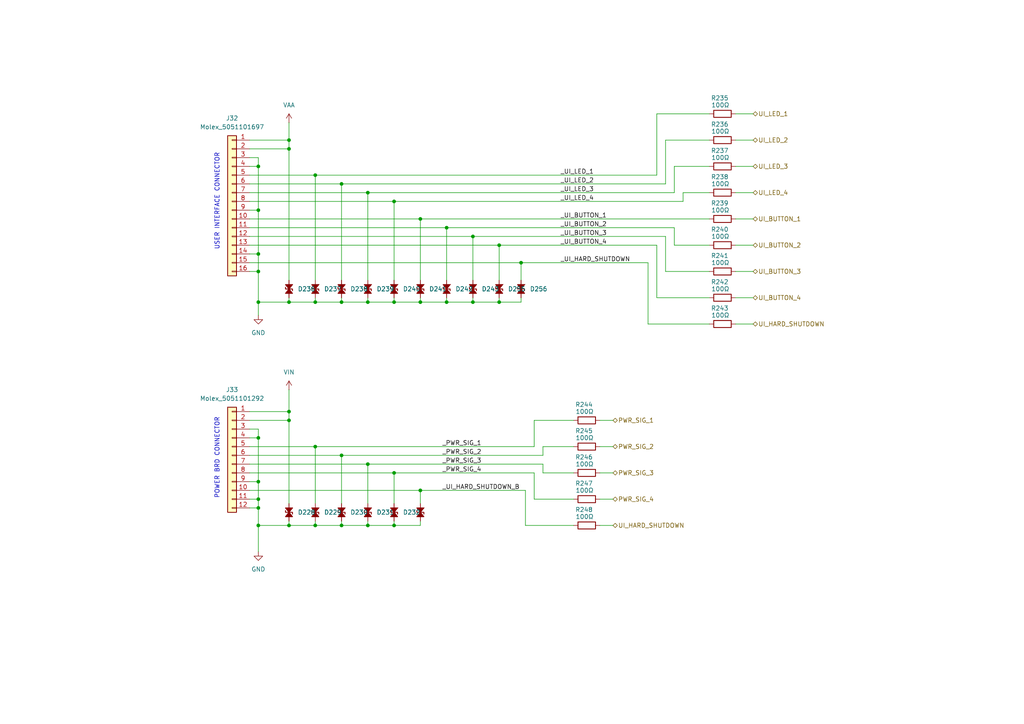
<source format=kicad_sch>
(kicad_sch (version 20250114) (generator "eeschema") (generator_version "9.0")
  (paper "A4")
  (title_block (title "Connectors") (date "2025-08-15") (rev "REV") (company "TamperSec") (comment 1 "Justin Newkirk"))
  (lib_symbols
    (symbol "Connector_Generic:Conn_01x12" (pin_names (offset 1.016) (hide yes))
      (property "Reference" "J" (at 0 15.24 0))
      (property "Value" "Conn_01x12" (at 0 -17.78 0))
      (symbol "Conn_01x12_1_1"
        (rectangle (start -1.27 13.97) (end 1.27 -16.51) (stroke (width 0.254)) (fill (type background)))
        (rectangle (start -1.27 12.827) (end 0 12.573) (stroke (width 0.1524)))
        (rectangle (start -1.27 10.287) (end 0 10.033) (stroke (width 0.1524)))
        (rectangle (start -1.27 7.747) (end 0 7.493) (stroke (width 0.1524)))
        (rectangle (start -1.27 5.207) (end 0 4.953) (stroke (width 0.1524)))
        (rectangle (start -1.27 2.667) (end 0 2.413) (stroke (width 0.1524)))
        (rectangle (start -1.27 0.127) (end 0 -0.127) (stroke (width 0.1524)))
        (rectangle (start -1.27 -2.413) (end 0 -2.667) (stroke (width 0.1524)))
        (rectangle (start -1.27 -4.953) (end 0 -5.207) (stroke (width 0.1524)))
        (rectangle (start -1.27 -7.493) (end 0 -7.747) (stroke (width 0.1524)))
        (rectangle (start -1.27 -10.033) (end 0 -10.287) (stroke (width 0.1524)))
        (rectangle (start -1.27 -12.573) (end 0 -12.827) (stroke (width 0.1524)))
        (rectangle (start -1.27 -15.113) (end 0 -15.367) (stroke (width 0.1524)))
        (pin passive line (at -5.08 12.7 0) (length 3.81) (name "Pin_1") (number "1"))
        (pin passive line (at -5.08 10.16 0) (length 3.81) (name "Pin_2") (number "2"))
        (pin passive line (at -5.08 7.62 0) (length 3.81) (name "Pin_3") (number "3"))
        (pin passive line (at -5.08 5.08 0) (length 3.81) (name "Pin_4") (number "4"))
        (pin passive line (at -5.08 2.54 0) (length 3.81) (name "Pin_5") (number "5"))
        (pin passive line (at -5.08 0 0) (length 3.81) (name "Pin_6") (number "6"))
        (pin passive line (at -5.08 -2.54 0) (length 3.81) (name "Pin_7") (number "7"))
        (pin passive line (at -5.08 -5.08 0) (length 3.81) (name "Pin_8") (number "8"))
        (pin passive line (at -5.08 -7.62 0) (length 3.81) (name "Pin_9") (number "9"))
        (pin passive line (at -5.08 -10.16 0) (length 3.81) (name "Pin_10") (number "10"))
        (pin passive line (at -5.08 -12.7 0) (length 3.81) (name "Pin_11") (number "11"))
        (pin passive line (at -5.08 -15.24 0) (length 3.81) (name "Pin_12") (number "12"))
      )
    )
    (symbol "Connector_Generic:Conn_01x16" (pin_names (offset 1.016) (hide yes))
      (property "Reference" "J" (at 0 20.32 0))
      (property "Value" "Conn_01x16" (at 0 -22.86 0))
      (symbol "Conn_01x16_1_1"
        (rectangle (start -1.27 19.05) (end 1.27 -21.59) (stroke (width 0.254)) (fill (type background)))
        (rectangle (start -1.27 17.907) (end 0 17.653) (stroke (width 0.1524)))
        (rectangle (start -1.27 15.367) (end 0 15.113) (stroke (width 0.1524)))
        (rectangle (start -1.27 12.827) (end 0 12.573) (stroke (width 0.1524)))
        (rectangle (start -1.27 10.287) (end 0 10.033) (stroke (width 0.1524)))
        (rectangle (start -1.27 7.747) (end 0 7.493) (stroke (width 0.1524)))
        (rectangle (start -1.27 5.207) (end 0 4.953) (stroke (width 0.1524)))
        (rectangle (start -1.27 2.667) (end 0 2.413) (stroke (width 0.1524)))
        (rectangle (start -1.27 0.127) (end 0 -0.127) (stroke (width 0.1524)))
        (rectangle (start -1.27 -2.413) (end 0 -2.667) (stroke (width 0.1524)))
        (rectangle (start -1.27 -4.953) (end 0 -5.207) (stroke (width 0.1524)))
        (rectangle (start -1.27 -7.493) (end 0 -7.747) (stroke (width 0.1524)))
        (rectangle (start -1.27 -10.033) (end 0 -10.287) (stroke (width 0.1524)))
        (rectangle (start -1.27 -12.573) (end 0 -12.827) (stroke (width 0.1524)))
        (rectangle (start -1.27 -15.113) (end 0 -15.367) (stroke (width 0.1524)))
        (rectangle (start -1.27 -17.653) (end 0 -17.907) (stroke (width 0.1524)))
        (rectangle (start -1.27 -20.193) (end 0 -20.447) (stroke (width 0.1524)))
        (pin passive line (at -5.08 17.78 0) (length 3.81) (name "Pin_1") (number "1"))
        (pin passive line (at -5.08 15.24 0) (length 3.81) (name "Pin_2") (number "2"))
        (pin passive line (at -5.08 12.7 0) (length 3.81) (name "Pin_3") (number "3"))
        (pin passive line (at -5.08 10.16 0) (length 3.81) (name "Pin_4") (number "4"))
        (pin passive line (at -5.08 7.62 0) (length 3.81) (name "Pin_5") (number "5"))
        (pin passive line (at -5.08 5.08 0) (length 3.81) (name "Pin_6") (number "6"))
        (pin passive line (at -5.08 2.54 0) (length 3.81) (name "Pin_7") (number "7"))
        (pin passive line (at -5.08 0 0) (length 3.81) (name "Pin_8") (number "8"))
        (pin passive line (at -5.08 -2.54 0) (length 3.81) (name "Pin_9") (number "9"))
        (pin passive line (at -5.08 -5.08 0) (length 3.81) (name "Pin_10") (number "10"))
        (pin passive line (at -5.08 -7.62 0) (length 3.81) (name "Pin_11") (number "11"))
        (pin passive line (at -5.08 -10.16 0) (length 3.81) (name "Pin_12") (number "12"))
        (pin passive line (at -5.08 -12.7 0) (length 3.81) (name "Pin_13") (number "13"))
        (pin passive line (at -5.08 -15.24 0) (length 3.81) (name "Pin_14") (number "14"))
        (pin passive line (at -5.08 -17.78 0) (length 3.81) (name "Pin_15") (number "15"))
        (pin passive line (at -5.08 -20.32 0) (length 3.81) (name "Pin_16") (number "16"))
      )
    )
    (symbol "Device:D_TVS_Small_Filled" (pin_numbers (hide yes)) (pin_names (offset 1.016) (hide yes))
      (property "Reference" "D" (at 0 2.54 0))
      (property "Value" "D_TVS_Small_Filled" (at 0 -2.54 0))
      (symbol "D_TVS_Small_Filled_0_1"
        (polyline (pts (xy -1.27 0) (xy 1.27 0)))
        (polyline (pts (xy 0.508 1.016) (xy 0 1.016) (xy 0 -1.016) (xy -0.508 -1.016)) (stroke (width 0.254)))
      )
      (symbol "D_TVS_Small_Filled_1_1"
        (polyline (pts (xy -1.27 1.016) (xy -1.27 -1.016) (xy 0 0) (xy -1.27 1.016)) (stroke (width 0.254)) (fill (type outline)))
        (polyline (pts (xy 0 0) (xy 1.27 1.016) (xy 1.27 -1.016) (xy 0 0)) (stroke (width 0.254)) (fill (type outline)))
        (pin passive line (at -2.54 0 0) (length 1.27) (name "A1") (number "1"))
        (pin passive line (at 2.54 0 180) (length 1.27) (name "A2") (number "2"))
      )
    )
    (symbol "Device:R" (pin_numbers (hide yes)) (pin_names (offset 0))
      (property "Reference" "R" (at 2.032 0 90))
      (property "Value" "R" (at 0 0 90))
      (symbol "R_0_1"
        (rectangle (start -1.016 -2.54) (end 1.016 2.54) (stroke (width 0.254)))
      )
      (symbol "R_1_1"
        (pin passive line (at 0 3.81 270) (length 1.27) (name "~") (number "1"))
        (pin passive line (at 0 -3.81 90) (length 1.27) (name "~") (number "2"))
      )
    )
    (symbol "power:GND" (power) (pin_numbers (hide yes)) (pin_names (offset 0) (hide yes))
      (property "Value" "GND" (at 0 -3.81 0))
      (symbol "GND_0_1"
        (polyline (pts (xy 0 0) (xy 0 -1.27) (xy 1.27 -1.27) (xy 0 -2.54) (xy -1.27 -1.27) (xy 0 -1.27)))
      )
      (symbol "GND_1_1"
        (pin power_in line (at 0 0 270) (length 0) (name "~") (number "1"))
      )
    )
    (symbol "power:VAA" (power) (pin_numbers (hide yes)) (pin_names (offset 0) (hide yes))
      (property "Value" "VAA" (at 0 3.556 0))
      (symbol "VAA_0_1"
        (polyline (pts (xy -0.762 1.27) (xy 0 2.54)))
        (polyline (pts (xy 0 2.54) (xy 0.762 1.27)))
        (polyline (pts (xy 0 0) (xy 0 2.54)))
      )
      (symbol "VAA_1_1"
        (pin power_in line (at 0 0 90) (length 0) (name "~") (number "1"))
      )
    )
  )
  (text "POWER BRD CONNECTOR" (at 62.992 132.842 90) (effects (font (size 1.27 1.27))))
  (text "USER INTERFACE CONNECTOR" (at 62.992 58.42 90) (effects (font (size 1.27 1.27))))
  (junction (at 114.3 152.4))
  (junction (at 144.78 87.63))
  (junction (at 83.82 40.64))
  (junction (at 83.82 152.4))
  (junction (at 121.92 63.5))
  (junction (at 74.93 152.4))
  (junction (at 137.16 68.58))
  (junction (at 99.06 87.63))
  (junction (at 106.68 152.4))
  (junction (at 83.82 119.38))
  (junction (at 129.54 87.63))
  (junction (at 74.93 139.7))
  (junction (at 91.44 129.54))
  (junction (at 106.68 87.63))
  (junction (at 74.93 73.66))
  (junction (at 74.93 144.78))
  (junction (at 151.13 76.2))
  (junction (at 74.93 147.32))
  (junction (at 74.93 87.63))
  (junction (at 91.44 87.63))
  (junction (at 74.93 78.74))
  (junction (at 121.92 87.63))
  (junction (at 83.82 121.92))
  (junction (at 137.16 87.63))
  (junction (at 74.93 48.26))
  (junction (at 74.93 127))
  (junction (at 114.3 87.63))
  (junction (at 106.68 55.88))
  (junction (at 114.3 58.42))
  (junction (at 83.82 43.18))
  (junction (at 74.93 60.96))
  (junction (at 91.44 50.8))
  (junction (at 99.06 53.34))
  (junction (at 114.3 137.16))
  (junction (at 99.06 132.08))
  (junction (at 91.44 152.4))
  (junction (at 121.92 142.24))
  (junction (at 83.82 87.63))
  (junction (at 144.78 71.12))
  (junction (at 106.68 134.62))
  (junction (at 129.54 66.04))
  (junction (at 99.06 152.4))
  (wire (pts (xy 218.44 86.36) (xy 213.36 86.36)))
  (wire (pts (xy 74.93 139.7) (xy 74.93 144.78)))
  (wire (pts (xy 74.93 78.74) (xy 74.93 87.63)))
  (wire (pts (xy 154.94 121.92) (xy 166.37 121.92)))
  (wire (pts (xy 151.13 86.36) (xy 151.13 87.63)))
  (wire (pts (xy 72.39 50.8) (xy 91.44 50.8)))
  (wire (pts (xy 121.92 87.63) (xy 129.54 87.63)))
  (wire (pts (xy 187.96 93.98) (xy 205.74 93.98)))
  (wire (pts (xy 72.39 129.54) (xy 91.44 129.54)))
  (wire (pts (xy 72.39 48.26) (xy 74.93 48.26)))
  (wire (pts (xy 177.8 137.16) (xy 173.99 137.16)))
  (wire (pts (xy 193.04 53.34) (xy 193.04 40.64)))
  (wire (pts (xy 157.48 129.54) (xy 166.37 129.54)))
  (wire (pts (xy 152.4 152.4) (xy 166.37 152.4)))
  (wire (pts (xy 83.82 43.18) (xy 83.82 81.28)))
  (wire (pts (xy 106.68 152.4) (xy 114.3 152.4)))
  (wire (pts (xy 106.68 87.63) (xy 114.3 87.63)))
  (wire (pts (xy 114.3 58.42) (xy 198.12 58.42)))
  (wire (pts (xy 218.44 93.98) (xy 213.36 93.98)))
  (wire (pts (xy 91.44 129.54) (xy 154.94 129.54)))
  (wire (pts (xy 157.48 129.54) (xy 157.48 132.08)))
  (wire (pts (xy 72.39 121.92) (xy 83.82 121.92)))
  (wire (pts (xy 72.39 68.58) (xy 137.16 68.58)))
  (wire (pts (xy 218.44 63.5) (xy 213.36 63.5)))
  (wire (pts (xy 137.16 68.58) (xy 193.04 68.58)))
  (wire (pts (xy 74.93 45.72) (xy 74.93 48.26)))
  (wire (pts (xy 193.04 78.74) (xy 205.74 78.74)))
  (wire (pts (xy 72.39 63.5) (xy 121.92 63.5)))
  (wire (pts (xy 72.39 144.78) (xy 74.93 144.78)))
  (wire (pts (xy 83.82 121.92) (xy 83.82 146.05)))
  (wire (pts (xy 195.58 55.88) (xy 195.58 48.26)))
  (wire (pts (xy 151.13 76.2) (xy 187.96 76.2)))
  (wire (pts (xy 74.93 48.26) (xy 74.93 60.96)))
  (wire (pts (xy 72.39 139.7) (xy 74.93 139.7)))
  (wire (pts (xy 193.04 68.58) (xy 193.04 78.74)))
  (wire (pts (xy 72.39 66.04) (xy 129.54 66.04)))
  (wire (pts (xy 74.93 152.4) (xy 83.82 152.4)))
  (wire (pts (xy 74.93 124.46) (xy 74.93 127)))
  (wire (pts (xy 187.96 76.2) (xy 187.96 93.98)))
  (wire (pts (xy 129.54 87.63) (xy 129.54 86.36)))
  (wire (pts (xy 83.82 87.63) (xy 83.82 86.36)))
  (wire (pts (xy 177.8 121.92) (xy 173.99 121.92)))
  (wire (pts (xy 177.8 144.78) (xy 173.99 144.78)))
  (wire (pts (xy 114.3 87.63) (xy 114.3 86.36)))
  (wire (pts (xy 99.06 87.63) (xy 99.06 86.36)))
  (wire (pts (xy 151.13 76.2) (xy 151.13 81.28)))
  (wire (pts (xy 83.82 35.56) (xy 83.82 40.64)))
  (wire (pts (xy 157.48 137.16) (xy 157.48 134.62)))
  (wire (pts (xy 218.44 71.12) (xy 213.36 71.12)))
  (wire (pts (xy 121.92 142.24) (xy 152.4 142.24)))
  (wire (pts (xy 74.93 147.32) (xy 74.93 152.4)))
  (wire (pts (xy 218.44 40.64) (xy 213.36 40.64)))
  (wire (pts (xy 99.06 152.4) (xy 99.06 151.13)))
  (wire (pts (xy 198.12 55.88) (xy 205.74 55.88)))
  (wire (pts (xy 218.44 33.02) (xy 213.36 33.02)))
  (wire (pts (xy 193.04 40.64) (xy 205.74 40.64)))
  (wire (pts (xy 114.3 137.16) (xy 114.3 146.05)))
  (wire (pts (xy 114.3 152.4) (xy 121.92 152.4)))
  (wire (pts (xy 154.94 129.54) (xy 154.94 121.92)))
  (wire (pts (xy 74.93 87.63) (xy 74.93 91.44)))
  (wire (pts (xy 106.68 55.88) (xy 195.58 55.88)))
  (wire (pts (xy 74.93 152.4) (xy 74.93 160.02)))
  (wire (pts (xy 91.44 129.54) (xy 91.44 146.05)))
  (wire (pts (xy 177.8 129.54) (xy 173.99 129.54)))
  (wire (pts (xy 99.06 132.08) (xy 99.06 146.05)))
  (wire (pts (xy 157.48 132.08) (xy 99.06 132.08)))
  (wire (pts (xy 190.5 71.12) (xy 190.5 86.36)))
  (wire (pts (xy 99.06 87.63) (xy 106.68 87.63)))
  (wire (pts (xy 137.16 87.63) (xy 137.16 86.36)))
  (wire (pts (xy 83.82 152.4) (xy 83.82 151.13)))
  (wire (pts (xy 195.58 71.12) (xy 205.74 71.12)))
  (wire (pts (xy 114.3 137.16) (xy 154.94 137.16)))
  (wire (pts (xy 72.39 60.96) (xy 74.93 60.96)))
  (wire (pts (xy 157.48 137.16) (xy 166.37 137.16)))
  (wire (pts (xy 195.58 48.26) (xy 205.74 48.26)))
  (wire (pts (xy 74.93 144.78) (xy 74.93 147.32)))
  (wire (pts (xy 72.39 55.88) (xy 106.68 55.88)))
  (wire (pts (xy 121.92 63.5) (xy 205.74 63.5)))
  (wire (pts (xy 218.44 48.26) (xy 213.36 48.26)))
  (wire (pts (xy 106.68 87.63) (xy 106.68 86.36)))
  (wire (pts (xy 83.82 113.03) (xy 83.82 119.38)))
  (wire (pts (xy 190.5 86.36) (xy 205.74 86.36)))
  (wire (pts (xy 129.54 66.04) (xy 195.58 66.04)))
  (wire (pts (xy 144.78 71.12) (xy 190.5 71.12)))
  (wire (pts (xy 218.44 55.88) (xy 213.36 55.88)))
  (wire (pts (xy 99.06 132.08) (xy 72.39 132.08)))
  (wire (pts (xy 137.16 87.63) (xy 144.78 87.63)))
  (wire (pts (xy 72.39 134.62) (xy 106.68 134.62)))
  (wire (pts (xy 106.68 134.62) (xy 106.68 146.05)))
  (wire (pts (xy 72.39 137.16) (xy 114.3 137.16)))
  (wire (pts (xy 91.44 50.8) (xy 190.5 50.8)))
  (wire (pts (xy 137.16 68.58) (xy 137.16 81.28)))
  (wire (pts (xy 198.12 58.42) (xy 198.12 55.88)))
  (wire (pts (xy 114.3 152.4) (xy 114.3 151.13)))
  (wire (pts (xy 72.39 43.18) (xy 83.82 43.18)))
  (wire (pts (xy 195.58 66.04) (xy 195.58 71.12)))
  (wire (pts (xy 99.06 53.34) (xy 99.06 81.28)))
  (wire (pts (xy 72.39 45.72) (xy 74.93 45.72)))
  (wire (pts (xy 83.82 87.63) (xy 91.44 87.63)))
  (wire (pts (xy 144.78 71.12) (xy 144.78 81.28)))
  (wire (pts (xy 99.06 152.4) (xy 106.68 152.4)))
  (wire (pts (xy 121.92 152.4) (xy 121.92 151.13)))
  (wire (pts (xy 91.44 87.63) (xy 91.44 86.36)))
  (wire (pts (xy 152.4 142.24) (xy 152.4 152.4)))
  (wire (pts (xy 106.68 55.88) (xy 106.68 81.28)))
  (wire (pts (xy 74.93 60.96) (xy 74.93 73.66)))
  (wire (pts (xy 151.13 87.63) (xy 144.78 87.63)))
  (wire (pts (xy 91.44 50.8) (xy 91.44 81.28)))
  (wire (pts (xy 91.44 152.4) (xy 91.44 151.13)))
  (wire (pts (xy 177.8 152.4) (xy 173.99 152.4)))
  (wire (pts (xy 72.39 40.64) (xy 83.82 40.64)))
  (wire (pts (xy 83.82 152.4) (xy 91.44 152.4)))
  (wire (pts (xy 74.93 87.63) (xy 83.82 87.63)))
  (wire (pts (xy 74.93 73.66) (xy 74.93 78.74)))
  (wire (pts (xy 72.39 147.32) (xy 74.93 147.32)))
  (wire (pts (xy 74.93 127) (xy 74.93 139.7)))
  (wire (pts (xy 218.44 78.74) (xy 213.36 78.74)))
  (wire (pts (xy 72.39 78.74) (xy 74.93 78.74)))
  (wire (pts (xy 72.39 73.66) (xy 74.93 73.66)))
  (wire (pts (xy 72.39 53.34) (xy 99.06 53.34)))
  (wire (pts (xy 114.3 87.63) (xy 121.92 87.63)))
  (wire (pts (xy 190.5 33.02) (xy 205.74 33.02)))
  (wire (pts (xy 121.92 142.24) (xy 121.92 146.05)))
  (wire (pts (xy 114.3 58.42) (xy 114.3 81.28)))
  (wire (pts (xy 106.68 134.62) (xy 157.48 134.62)))
  (wire (pts (xy 121.92 63.5) (xy 121.92 81.28)))
  (wire (pts (xy 129.54 87.63) (xy 137.16 87.63)))
  (wire (pts (xy 154.94 144.78) (xy 166.37 144.78)))
  (wire (pts (xy 72.39 76.2) (xy 151.13 76.2)))
  (wire (pts (xy 72.39 124.46) (xy 74.93 124.46)))
  (wire (pts (xy 144.78 87.63) (xy 144.78 86.36)))
  (wire (pts (xy 121.92 87.63) (xy 121.92 86.36)))
  (wire (pts (xy 91.44 152.4) (xy 99.06 152.4)))
  (wire (pts (xy 190.5 50.8) (xy 190.5 33.02)))
  (wire (pts (xy 83.82 119.38) (xy 83.82 121.92)))
  (wire (pts (xy 72.39 119.38) (xy 83.82 119.38)))
  (wire (pts (xy 129.54 66.04) (xy 129.54 81.28)))
  (wire (pts (xy 72.39 127) (xy 74.93 127)))
  (wire (pts (xy 91.44 87.63) (xy 99.06 87.63)))
  (wire (pts (xy 83.82 40.64) (xy 83.82 43.18)))
  (wire (pts (xy 106.68 152.4) (xy 106.68 151.13)))
  (wire (pts (xy 72.39 71.12) (xy 144.78 71.12)))
  (wire (pts (xy 99.06 53.34) (xy 193.04 53.34)))
  (wire (pts (xy 154.94 137.16) (xy 154.94 144.78)))
  (wire (pts (xy 72.39 58.42) (xy 114.3 58.42)))
  (wire (pts (xy 72.39 142.24) (xy 121.92 142.24)))
  (label "_UI_BUTTON_2" (at 162.56 66.04 0))
  (label "_PWR_SIG_4" (at 128.27 137.16 0))
  (label "_PWR_SIG_3" (at 128.27 134.62 0))
  (label "_UI_BUTTON_1" (at 162.56 63.5 0))
  (label "_UI_HARD_SHUTDOWN_B" (at 128.27 142.24 0))
  (label "_UI_BUTTON_3" (at 162.56 68.58 0))
  (label "_PWR_SIG_2" (at 128.27 132.08 0))
  (label "_UI_LED_2" (at 162.56 53.34 0))
  (label "_PWR_SIG_1" (at 128.27 129.54 0))
  (label "_UI_LED_3" (at 162.56 55.88 0))
  (label "_UI_LED_4" (at 162.56 58.42 0))
  (label "_UI_BUTTON_4" (at 162.56 71.12 0))
  (label "_UI_LED_1" (at 162.56 50.8 0))
  (label "_UI_HARD_SHUTDOWN" (at 162.56 76.2 0))
  (hierarchical_label "UI_LED_3" (shape bidirectional) (at 218.44 48.26 0))
  (hierarchical_label "UI_BUTTON_2" (shape bidirectional) (at 218.44 71.12 0))
  (hierarchical_label "PWR_SIG_1" (shape bidirectional) (at 177.8 121.92 0))
  (hierarchical_label "UI_LED_2" (shape bidirectional) (at 218.44 40.64 0))
  (hierarchical_label "UI_HARD_SHUTDOWN" (shape bidirectional) (at 218.44 93.98 0))
  (hierarchical_label "UI_BUTTON_4" (shape bidirectional) (at 218.44 86.36 0))
  (hierarchical_label "PWR_SIG_4" (shape bidirectional) (at 177.8 144.78 0))
  (hierarchical_label "UI_BUTTON_1" (shape bidirectional) (at 218.44 63.5 0))
  (hierarchical_label "PWR_SIG_2" (shape bidirectional) (at 177.8 129.54 0))
  (hierarchical_label "UI_HARD_SHUTDOWN" (shape bidirectional) (at 177.8 152.4 0))
  (hierarchical_label "UI_LED_1" (shape bidirectional) (at 218.44 33.02 0))
  (hierarchical_label "UI_LED_4" (shape bidirectional) (at 218.44 55.88 0))
  (hierarchical_label "UI_BUTTON_3" (shape bidirectional) (at 218.44 78.74 0))
  (hierarchical_label "PWR_SIG_3" (shape bidirectional) (at 177.8 137.16 0))
  (symbol (lib_id "Device:D_TVS_Small_Filled") (at 114.3 83.82 270) (unit 1)
    (property "Reference" "D240" (at 116.84 83.8199 90) (effects (justify left)))
    (property "Value" "H5VL10B" (effects (hide yes)))
    (property "Footprint" "Diode_SMD:D_SOD-882D" (effects (hide yes)))
    (property "Datasheet" "https://wmsc.lcsc.com/wmsc/upload/file/pdf/v2/lcsc/2306301553_hongjiacheng-H5VL10B_C7420372.pdf" (effects (hide yes)))
    (property "Description" "Bidirectional transient-voltage-suppression diode, small symbol, filled shape" (effects (hide yes)))
    (property "JLCPCB Part #" "C7420372" (effects (hide yes)))
    (property "Manufacturer Part #" "H5VL10B" (effects (hide yes)))
    (property "Status" "Preferred" (effects (hide yes)))
  )
  (symbol (lib_id "Device:R") (at 170.18 137.16 90) (unit 1)
    (property "Reference" "R246" (at 171.958 132.588 90) (effects (justify left)))
    (property "Value" "100Ω" (at 172.212 134.62 90) (effects (justify left)))
    (property "Footprint" "Resistor_SMD:R_0201_0603Metric" (effects (hide yes)))
    (property "Datasheet" "https://jlcpcb.com/api/file/downloadByFileSystemAccessId/8589784670620848128" (effects (hide yes)))
    (property "Description" "Resistor" (effects (hide yes)))
    (property "JLCPCB Part #" "C270366" (effects (hide yes)))
    (property "Manufacturer Part #" "0201WMF1000TEE" (effects (hide yes)))
    (property "Status" "Extended" (effects (hide yes)))
  )
  (symbol (lib_id "Device:R") (at 209.55 40.64 90) (unit 1)
    (property "Reference" "R236" (at 211.328 36.068 90) (effects (justify left)))
    (property "Value" "100Ω" (at 211.582 38.1 90) (effects (justify left)))
    (property "Footprint" "Resistor_SMD:R_0201_0603Metric" (effects (hide yes)))
    (property "Datasheet" "https://jlcpcb.com/api/file/downloadByFileSystemAccessId/8589784670620848128" (effects (hide yes)))
    (property "Description" "Resistor" (effects (hide yes)))
    (property "JLCPCB Part #" "C270366" (effects (hide yes)))
    (property "Manufacturer Part #" "0201WMF1000TEE" (effects (hide yes)))
    (property "Status" "Extended" (effects (hide yes)))
  )
  (symbol (lib_id "Device:D_TVS_Small_Filled") (at 106.68 83.82 270) (unit 1)
    (property "Reference" "D239" (at 109.22 83.8199 90) (effects (justify left)))
    (property "Value" "H5VL10B" (effects (hide yes)))
    (property "Footprint" "Diode_SMD:D_SOD-882D" (effects (hide yes)))
    (property "Datasheet" "https://wmsc.lcsc.com/wmsc/upload/file/pdf/v2/lcsc/2306301553_hongjiacheng-H5VL10B_C7420372.pdf" (effects (hide yes)))
    (property "Description" "Bidirectional transient-voltage-suppression diode, small symbol, filled shape" (effects (hide yes)))
    (property "JLCPCB Part #" "C7420372" (effects (hide yes)))
    (property "Manufacturer Part #" "H5VL10B" (effects (hide yes)))
    (property "Status" "Preferred" (effects (hide yes)))
  )
  (symbol (lib_id "Device:R") (at 209.55 93.98 90) (unit 1)
    (property "Reference" "R243" (at 211.328 89.408 90) (effects (justify left)))
    (property "Value" "100Ω" (at 211.582 91.44 90) (effects (justify left)))
    (property "Footprint" "Resistor_SMD:R_0201_0603Metric" (effects (hide yes)))
    (property "Datasheet" "https://jlcpcb.com/api/file/downloadByFileSystemAccessId/8589784670620848128" (effects (hide yes)))
    (property "Description" "Resistor" (effects (hide yes)))
    (property "JLCPCB Part #" "C270366" (effects (hide yes)))
    (property "Manufacturer Part #" "0201WMF1000TEE" (effects (hide yes)))
    (property "Status" "Extended" (effects (hide yes)))
  )
  (symbol (lib_id "power:GND") (at 74.93 91.44 0) (unit 1)
    (property "Reference" "#PWR095" (effects (hide yes)))
    (property "Value" "GND" (at 74.93 96.52 0))
    (property "Description" "Power symbol creates a global label with name \"GND\" , ground" (effects (hide yes)))
  )
  (symbol (lib_id "Connector_Generic:Conn_01x16") (at 67.31 58.42 0) (mirror y) (unit 1)
    (property "Reference" "J32" (at 67.31 34.29 0))
    (property "Value" "Molex_5051101697" (at 67.31 36.83 0))
    (property "Footprint" "ul_5051101697:CON_5051101697_MOL" (effects (hide yes)))
    (property "Description" "Generic connector, single row, 01x16, script generated (kicad-library-utils/schlib/autogen/connector/)" (effects (hide yes)))
  )
  (symbol (lib_id "Device:R") (at 209.55 86.36 90) (unit 1)
    (property "Reference" "R242" (at 211.328 81.788 90) (effects (justify left)))
    (property "Value" "100Ω" (at 211.582 83.82 90) (effects (justify left)))
    (property "Footprint" "Resistor_SMD:R_0201_0603Metric" (effects (hide yes)))
    (property "Datasheet" "https://jlcpcb.com/api/file/downloadByFileSystemAccessId/8589784670620848128" (effects (hide yes)))
    (property "Description" "Resistor" (effects (hide yes)))
    (property "JLCPCB Part #" "C270366" (effects (hide yes)))
    (property "Manufacturer Part #" "0201WMF1000TEE" (effects (hide yes)))
    (property "Status" "Extended" (effects (hide yes)))
  )
  (symbol (lib_id "Device:D_TVS_Small_Filled") (at 91.44 83.82 270) (unit 1)
    (property "Reference" "D237" (at 93.98 83.8199 90) (effects (justify left)))
    (property "Value" "H5VL10B" (effects (hide yes)))
    (property "Footprint" "Diode_SMD:D_SOD-882D" (effects (hide yes)))
    (property "Datasheet" "https://wmsc.lcsc.com/wmsc/upload/file/pdf/v2/lcsc/2306301553_hongjiacheng-H5VL10B_C7420372.pdf" (effects (hide yes)))
    (property "Description" "Bidirectional transient-voltage-suppression diode, small symbol, filled shape" (effects (hide yes)))
    (property "JLCPCB Part #" "C7420372" (effects (hide yes)))
    (property "Manufacturer Part #" "H5VL10B" (effects (hide yes)))
    (property "Status" "Preferred" (effects (hide yes)))
  )
  (symbol (lib_id "power:GND") (at 74.93 160.02 0) (unit 1)
    (property "Reference" "#PWR096" (effects (hide yes)))
    (property "Value" "GND" (at 74.93 165.1 0))
    (property "Description" "Power symbol creates a global label with name \"GND\" , ground" (effects (hide yes)))
  )
  (symbol (lib_id "Device:D_TVS_Small_Filled") (at 144.78 83.82 270) (unit 1)
    (property "Reference" "D255" (at 147.32 83.8199 90) (effects (justify left)))
    (property "Value" "H5VL10B" (effects (hide yes)))
    (property "Footprint" "Diode_SMD:D_SOD-882D" (effects (hide yes)))
    (property "Datasheet" "https://wmsc.lcsc.com/wmsc/upload/file/pdf/v2/lcsc/2306301553_hongjiacheng-H5VL10B_C7420372.pdf" (effects (hide yes)))
    (property "Description" "Bidirectional transient-voltage-suppression diode, small symbol, filled shape" (effects (hide yes)))
    (property "JLCPCB Part #" "C7420372" (effects (hide yes)))
    (property "Manufacturer Part #" "H5VL10B" (effects (hide yes)))
    (property "Status" "Preferred" (effects (hide yes)))
  )
  (symbol (lib_id "Device:R") (at 209.55 48.26 90) (unit 1)
    (property "Reference" "R237" (at 211.328 43.688 90) (effects (justify left)))
    (property "Value" "100Ω" (at 211.582 45.72 90) (effects (justify left)))
    (property "Footprint" "Resistor_SMD:R_0201_0603Metric" (effects (hide yes)))
    (property "Datasheet" "https://jlcpcb.com/api/file/downloadByFileSystemAccessId/8589784670620848128" (effects (hide yes)))
    (property "Description" "Resistor" (effects (hide yes)))
    (property "JLCPCB Part #" "C270366" (effects (hide yes)))
    (property "Manufacturer Part #" "0201WMF1000TEE" (effects (hide yes)))
    (property "Status" "Extended" (effects (hide yes)))
  )
  (symbol (lib_id "Device:R") (at 170.18 129.54 90) (unit 1)
    (property "Reference" "R245" (at 171.958 124.968 90) (effects (justify left)))
    (property "Value" "100Ω" (at 172.212 127 90) (effects (justify left)))
    (property "Footprint" "Resistor_SMD:R_0201_0603Metric" (effects (hide yes)))
    (property "Datasheet" "https://jlcpcb.com/api/file/downloadByFileSystemAccessId/8589784670620848128" (effects (hide yes)))
    (property "Description" "Resistor" (effects (hide yes)))
    (property "JLCPCB Part #" "C270366" (effects (hide yes)))
    (property "Manufacturer Part #" "0201WMF1000TEE" (effects (hide yes)))
    (property "Status" "Extended" (effects (hide yes)))
  )
  (symbol (lib_id "Device:D_TVS_Small_Filled") (at 129.54 83.82 270) (unit 1)
    (property "Reference" "D242" (at 132.08 83.8199 90) (effects (justify left)))
    (property "Value" "H5VL10B" (effects (hide yes)))
    (property "Footprint" "Diode_SMD:D_SOD-882D" (effects (hide yes)))
    (property "Datasheet" "https://wmsc.lcsc.com/wmsc/upload/file/pdf/v2/lcsc/2306301553_hongjiacheng-H5VL10B_C7420372.pdf" (effects (hide yes)))
    (property "Description" "Bidirectional transient-voltage-suppression diode, small symbol, filled shape" (effects (hide yes)))
    (property "JLCPCB Part #" "C7420372" (effects (hide yes)))
    (property "Manufacturer Part #" "H5VL10B" (effects (hide yes)))
    (property "Status" "Preferred" (effects (hide yes)))
  )
  (symbol (lib_id "Device:D_TVS_Small_Filled") (at 121.92 83.82 270) (unit 1)
    (property "Reference" "D241" (at 124.46 83.8199 90) (effects (justify left)))
    (property "Value" "H5VL10B" (effects (hide yes)))
    (property "Footprint" "Diode_SMD:D_SOD-882D" (effects (hide yes)))
    (property "Datasheet" "https://wmsc.lcsc.com/wmsc/upload/file/pdf/v2/lcsc/2306301553_hongjiacheng-H5VL10B_C7420372.pdf" (effects (hide yes)))
    (property "Description" "Bidirectional transient-voltage-suppression diode, small symbol, filled shape" (effects (hide yes)))
    (property "JLCPCB Part #" "C7420372" (effects (hide yes)))
    (property "Manufacturer Part #" "H5VL10B" (effects (hide yes)))
    (property "Status" "Preferred" (effects (hide yes)))
  )
  (symbol (lib_id "Device:R") (at 170.18 152.4 90) (unit 1)
    (property "Reference" "R248" (at 171.958 147.828 90) (effects (justify left)))
    (property "Value" "100Ω" (at 172.212 149.86 90) (effects (justify left)))
    (property "Footprint" "Resistor_SMD:R_0201_0603Metric" (effects (hide yes)))
    (property "Datasheet" "https://jlcpcb.com/api/file/downloadByFileSystemAccessId/8589784670620848128" (effects (hide yes)))
    (property "Description" "Resistor" (effects (hide yes)))
    (property "JLCPCB Part #" "C270366" (effects (hide yes)))
    (property "Manufacturer Part #" "0201WMF1000TEE" (effects (hide yes)))
    (property "Status" "Extended" (effects (hide yes)))
  )
  (symbol (lib_id "Device:D_TVS_Small_Filled") (at 121.92 148.59 270) (unit 1)
    (property "Reference" "D233" (effects (hide yes)))
    (property "Value" "H5VL10B" (effects (hide yes)))
    (property "Footprint" "Diode_SMD:D_SOD-882D" (effects (hide yes)))
    (property "Datasheet" "https://wmsc.lcsc.com/wmsc/upload/file/pdf/v2/lcsc/2306301553_hongjiacheng-H5VL10B_C7420372.pdf" (effects (hide yes)))
    (property "Description" "Bidirectional transient-voltage-suppression diode, small symbol, filled shape" (effects (hide yes)))
    (property "JLCPCB Part #" "C7420372" (effects (hide yes)))
    (property "Manufacturer Part #" "H5VL10B" (effects (hide yes)))
    (property "Status" "Preferred" (effects (hide yes)))
  )
  (symbol (lib_id "Connector_Generic:Conn_01x12") (at 67.31 132.08 0) (mirror y) (unit 1)
    (property "Reference" "J33" (at 67.31 113.03 0))
    (property "Value" "Molex_5051101292" (at 67.31 115.57 0))
    (property "Footprint" "ul_5051101292:CON_5051101292_MOL" (effects (hide yes)))
    (property "Description" "Generic connector, single row, 01x12, script generated (kicad-library-utils/schlib/autogen/connector/)" (effects (hide yes)))
  )
  (symbol (lib_id "Device:R") (at 209.55 33.02 90) (unit 1)
    (property "Reference" "R235" (at 211.328 28.448 90) (effects (justify left)))
    (property "Value" "100Ω" (at 211.582 30.48 90) (effects (justify left)))
    (property "Footprint" "Resistor_SMD:R_0201_0603Metric" (effects (hide yes)))
    (property "Datasheet" "https://jlcpcb.com/api/file/downloadByFileSystemAccessId/8589784670620848128" (effects (hide yes)))
    (property "Description" "Resistor" (effects (hide yes)))
    (property "JLCPCB Part #" "C270366" (effects (hide yes)))
    (property "Manufacturer Part #" "0201WMF1000TEE" (effects (hide yes)))
    (property "Status" "Extended" (effects (hide yes)))
  )
  (symbol (lib_id "Device:D_TVS_Small_Filled") (at 83.82 148.59 270) (unit 1)
    (property "Reference" "D228" (at 86.36 148.5899 90) (effects (justify left)))
    (property "Value" "H5VL10B" (effects (hide yes)))
    (property "Footprint" "Diode_SMD:D_SOD-882D" (effects (hide yes)))
    (property "Datasheet" "https://wmsc.lcsc.com/wmsc/upload/file/pdf/v2/lcsc/2306301553_hongjiacheng-H5VL10B_C7420372.pdf" (effects (hide yes)))
    (property "Description" "Bidirectional transient-voltage-suppression diode, small symbol, filled shape" (effects (hide yes)))
    (property "JLCPCB Part #" "C7420372" (effects (hide yes)))
    (property "Manufacturer Part #" "H5VL10B" (effects (hide yes)))
    (property "Status" "Preferred" (effects (hide yes)))
  )
  (symbol (lib_id "Device:R") (at 209.55 78.74 90) (unit 1)
    (property "Reference" "R241" (at 211.328 74.168 90) (effects (justify left)))
    (property "Value" "100Ω" (at 211.582 76.2 90) (effects (justify left)))
    (property "Footprint" "Resistor_SMD:R_0201_0603Metric" (effects (hide yes)))
    (property "Datasheet" "https://jlcpcb.com/api/file/downloadByFileSystemAccessId/8589784670620848128" (effects (hide yes)))
    (property "Description" "Resistor" (effects (hide yes)))
    (property "JLCPCB Part #" "C270366" (effects (hide yes)))
    (property "Manufacturer Part #" "0201WMF1000TEE" (effects (hide yes)))
    (property "Status" "Extended" (effects (hide yes)))
  )
  (symbol (lib_id "power:VAA") (at 83.82 35.56 0) (unit 1)
    (property "Reference" "#PWR093" (effects (hide yes)))
    (property "Value" "VAA" (at 83.82 30.48 0))
    (property "Description" "Power symbol creates a global label with name \"VAA\"" (effects (hide yes)))
  )
  (symbol (lib_id "Device:D_TVS_Small_Filled") (at 83.82 83.82 270) (unit 1)
    (property "Reference" "D236" (at 86.36 83.8199 90) (effects (justify left)))
    (property "Value" "H5VL10B" (effects (hide yes)))
    (property "Footprint" "Diode_SMD:D_SOD-882D" (effects (hide yes)))
    (property "Datasheet" "https://wmsc.lcsc.com/wmsc/upload/file/pdf/v2/lcsc/2306301553_hongjiacheng-H5VL10B_C7420372.pdf" (effects (hide yes)))
    (property "Description" "Bidirectional transient-voltage-suppression diode, small symbol, filled shape" (effects (hide yes)))
    (property "JLCPCB Part #" "C7420372" (effects (hide yes)))
    (property "Manufacturer Part #" "H5VL10B" (effects (hide yes)))
    (property "Status" "Preferred" (effects (hide yes)))
  )
  (symbol (lib_id "Device:D_TVS_Small_Filled") (at 99.06 83.82 270) (unit 1)
    (property "Reference" "D238" (at 101.6 83.8199 90) (effects (justify left)))
    (property "Value" "H5VL10B" (effects (hide yes)))
    (property "Footprint" "Diode_SMD:D_SOD-882D" (effects (hide yes)))
    (property "Datasheet" "https://wmsc.lcsc.com/wmsc/upload/file/pdf/v2/lcsc/2306301553_hongjiacheng-H5VL10B_C7420372.pdf" (effects (hide yes)))
    (property "Description" "Bidirectional transient-voltage-suppression diode, small symbol, filled shape" (effects (hide yes)))
    (property "JLCPCB Part #" "C7420372" (effects (hide yes)))
    (property "Manufacturer Part #" "H5VL10B" (effects (hide yes)))
    (property "Status" "Preferred" (effects (hide yes)))
  )
  (symbol (lib_id "Device:R") (at 170.18 144.78 90) (unit 1)
    (property "Reference" "R247" (at 171.958 140.208 90) (effects (justify left)))
    (property "Value" "100Ω" (at 172.212 142.24 90) (effects (justify left)))
    (property "Footprint" "Resistor_SMD:R_0201_0603Metric" (effects (hide yes)))
    (property "Datasheet" "https://jlcpcb.com/api/file/downloadByFileSystemAccessId/8589784670620848128" (effects (hide yes)))
    (property "Description" "Resistor" (effects (hide yes)))
    (property "JLCPCB Part #" "C270366" (effects (hide yes)))
    (property "Manufacturer Part #" "0201WMF1000TEE" (effects (hide yes)))
    (property "Status" "Extended" (effects (hide yes)))
  )
  (symbol (lib_id "power:VAA") (at 83.82 113.03 0) (unit 1)
    (property "Reference" "#PWR092" (effects (hide yes)))
    (property "Value" "VIN" (at 83.82 107.95 0))
    (property "Description" "Power symbol creates a global label with name \"VAA\"" (effects (hide yes)))
  )
  (symbol (lib_id "Device:D_TVS_Small_Filled") (at 99.06 148.59 270) (unit 1)
    (property "Reference" "D230" (at 101.6 148.5899 90) (effects (justify left)))
    (property "Value" "H5VL10B" (effects (hide yes)))
    (property "Footprint" "Diode_SMD:D_SOD-882D" (effects (hide yes)))
    (property "Datasheet" "https://wmsc.lcsc.com/wmsc/upload/file/pdf/v2/lcsc/2306301553_hongjiacheng-H5VL10B_C7420372.pdf" (effects (hide yes)))
    (property "Description" "Bidirectional transient-voltage-suppression diode, small symbol, filled shape" (effects (hide yes)))
    (property "JLCPCB Part #" "C7420372" (effects (hide yes)))
    (property "Manufacturer Part #" "H5VL10B" (effects (hide yes)))
    (property "Status" "Preferred" (effects (hide yes)))
  )
  (symbol (lib_id "Device:D_TVS_Small_Filled") (at 151.13 83.82 270) (unit 1)
    (property "Reference" "D256" (at 153.67 83.8199 90) (effects (justify left)))
    (property "Value" "H5VL10B" (effects (hide yes)))
    (property "Footprint" "Diode_SMD:D_SOD-882D" (effects (hide yes)))
    (property "Datasheet" "https://wmsc.lcsc.com/wmsc/upload/file/pdf/v2/lcsc/2306301553_hongjiacheng-H5VL10B_C7420372.pdf" (effects (hide yes)))
    (property "Description" "Bidirectional transient-voltage-suppression diode, small symbol, filled shape" (effects (hide yes)))
    (property "JLCPCB Part #" "C7420372" (effects (hide yes)))
    (property "Manufacturer Part #" "H5VL10B" (effects (hide yes)))
    (property "Status" "Preferred" (effects (hide yes)))
  )
  (symbol (lib_id "Device:D_TVS_Small_Filled") (at 91.44 148.59 270) (unit 1)
    (property "Reference" "D229" (at 93.98 148.5899 90) (effects (justify left)))
    (property "Value" "H5VL10B" (effects (hide yes)))
    (property "Footprint" "Diode_SMD:D_SOD-882D" (effects (hide yes)))
    (property "Datasheet" "https://wmsc.lcsc.com/wmsc/upload/file/pdf/v2/lcsc/2306301553_hongjiacheng-H5VL10B_C7420372.pdf" (effects (hide yes)))
    (property "Description" "Bidirectional transient-voltage-suppression diode, small symbol, filled shape" (effects (hide yes)))
    (property "JLCPCB Part #" "C7420372" (effects (hide yes)))
    (property "Manufacturer Part #" "H5VL10B" (effects (hide yes)))
    (property "Status" "Preferred" (effects (hide yes)))
  )
  (symbol (lib_id "Device:R") (at 170.18 121.92 90) (unit 1)
    (property "Reference" "R244" (at 171.958 117.348 90) (effects (justify left)))
    (property "Value" "100Ω" (at 172.212 119.38 90) (effects (justify left)))
    (property "Footprint" "Resistor_SMD:R_0201_0603Metric" (effects (hide yes)))
    (property "Datasheet" "https://jlcpcb.com/api/file/downloadByFileSystemAccessId/8589784670620848128" (effects (hide yes)))
    (property "Description" "Resistor" (effects (hide yes)))
    (property "JLCPCB Part #" "C270366" (effects (hide yes)))
    (property "Manufacturer Part #" "0201WMF1000TEE" (effects (hide yes)))
    (property "Status" "Extended" (effects (hide yes)))
  )
  (symbol (lib_id "Device:R") (at 209.55 55.88 90) (unit 1)
    (property "Reference" "R238" (at 211.328 51.308 90) (effects (justify left)))
    (property "Value" "100Ω" (at 211.582 53.34 90) (effects (justify left)))
    (property "Footprint" "Resistor_SMD:R_0201_0603Metric" (effects (hide yes)))
    (property "Datasheet" "https://jlcpcb.com/api/file/downloadByFileSystemAccessId/8589784670620848128" (effects (hide yes)))
    (property "Description" "Resistor" (effects (hide yes)))
    (property "JLCPCB Part #" "C270366" (effects (hide yes)))
    (property "Manufacturer Part #" "0201WMF1000TEE" (effects (hide yes)))
    (property "Status" "Extended" (effects (hide yes)))
  )
  (symbol (lib_id "Device:R") (at 209.55 71.12 90) (unit 1)
    (property "Reference" "R240" (at 211.328 66.548 90) (effects (justify left)))
    (property "Value" "100Ω" (at 211.582 68.58 90) (effects (justify left)))
    (property "Footprint" "Resistor_SMD:R_0201_0603Metric" (effects (hide yes)))
    (property "Datasheet" "https://jlcpcb.com/api/file/downloadByFileSystemAccessId/8589784670620848128" (effects (hide yes)))
    (property "Description" "Resistor" (effects (hide yes)))
    (property "JLCPCB Part #" "C270366" (effects (hide yes)))
    (property "Manufacturer Part #" "0201WMF1000TEE" (effects (hide yes)))
    (property "Status" "Extended" (effects (hide yes)))
  )
  (symbol (lib_id "Device:D_TVS_Small_Filled") (at 106.68 148.59 270) (unit 1)
    (property "Reference" "D231" (at 109.22 148.5899 90) (effects (justify left)))
    (property "Value" "H5VL10B" (effects (hide yes)))
    (property "Footprint" "Diode_SMD:D_SOD-882D" (effects (hide yes)))
    (property "Datasheet" "https://wmsc.lcsc.com/wmsc/upload/file/pdf/v2/lcsc/2306301553_hongjiacheng-H5VL10B_C7420372.pdf" (effects (hide yes)))
    (property "Description" "Bidirectional transient-voltage-suppression diode, small symbol, filled shape" (effects (hide yes)))
    (property "JLCPCB Part #" "C7420372" (effects (hide yes)))
    (property "Manufacturer Part #" "H5VL10B" (effects (hide yes)))
    (property "Status" "Preferred" (effects (hide yes)))
  )
  (symbol (lib_id "Device:D_TVS_Small_Filled") (at 114.3 148.59 270) (unit 1)
    (property "Reference" "D232" (at 116.84 148.5899 90) (effects (justify left)))
    (property "Value" "H5VL10B" (effects (hide yes)))
    (property "Footprint" "Diode_SMD:D_SOD-882D" (effects (hide yes)))
    (property "Datasheet" "https://wmsc.lcsc.com/wmsc/upload/file/pdf/v2/lcsc/2306301553_hongjiacheng-H5VL10B_C7420372.pdf" (effects (hide yes)))
    (property "Description" "Bidirectional transient-voltage-suppression diode, small symbol, filled shape" (effects (hide yes)))
    (property "JLCPCB Part #" "C7420372" (effects (hide yes)))
    (property "Manufacturer Part #" "H5VL10B" (effects (hide yes)))
    (property "Status" "Preferred" (effects (hide yes)))
  )
  (symbol (lib_id "Device:D_TVS_Small_Filled") (at 137.16 83.82 270) (unit 1)
    (property "Reference" "D243" (at 139.7 83.8199 90) (effects (justify left)))
    (property "Value" "H5VL10B" (effects (hide yes)))
    (property "Footprint" "Diode_SMD:D_SOD-882D" (effects (hide yes)))
    (property "Datasheet" "https://wmsc.lcsc.com/wmsc/upload/file/pdf/v2/lcsc/2306301553_hongjiacheng-H5VL10B_C7420372.pdf" (effects (hide yes)))
    (property "Description" "Bidirectional transient-voltage-suppression diode, small symbol, filled shape" (effects (hide yes)))
    (property "JLCPCB Part #" "C7420372" (effects (hide yes)))
    (property "Manufacturer Part #" "H5VL10B" (effects (hide yes)))
    (property "Status" "Preferred" (effects (hide yes)))
  )
  (symbol (lib_id "Device:R") (at 209.55 63.5 90) (unit 1)
    (property "Reference" "R239" (at 211.328 58.928 90) (effects (justify left)))
    (property "Value" "100Ω" (at 211.582 60.96 90) (effects (justify left)))
    (property "Footprint" "Resistor_SMD:R_0201_0603Metric" (effects (hide yes)))
    (property "Datasheet" "https://jlcpcb.com/api/file/downloadByFileSystemAccessId/8589784670620848128" (effects (hide yes)))
    (property "Description" "Resistor" (effects (hide yes)))
    (property "JLCPCB Part #" "C270366" (effects (hide yes)))
    (property "Manufacturer Part #" "0201WMF1000TEE" (effects (hide yes)))
    (property "Status" "Extended" (effects (hide yes)))
  )
)
</source>
